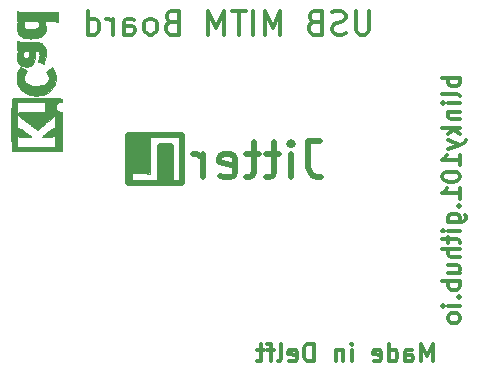
<source format=gbr>
G04 #@! TF.GenerationSoftware,KiCad,Pcbnew,(5.0.2-5-10.14)*
G04 #@! TF.CreationDate,2019-03-07T11:52:20+01:00*
G04 #@! TF.ProjectId,USBSwitch,55534253-7769-4746-9368-2e6b69636164,rev?*
G04 #@! TF.SameCoordinates,Original*
G04 #@! TF.FileFunction,Legend,Bot*
G04 #@! TF.FilePolarity,Positive*
%FSLAX46Y46*%
G04 Gerber Fmt 4.6, Leading zero omitted, Abs format (unit mm)*
G04 Created by KiCad (PCBNEW (5.0.2-5-10.14)) date 2019 March 07, Thursday 11:52:20*
%MOMM*%
%LPD*%
G01*
G04 APERTURE LIST*
%ADD10C,0.500000*%
%ADD11C,0.300000*%
%ADD12C,0.100000*%
%ADD13C,0.010000*%
G04 APERTURE END LIST*
D10*
X76500000Y-46500000D02*
X77500000Y-46500000D01*
X76464285Y-46607142D02*
X76464285Y-48750000D01*
X76607142Y-49178571D01*
X76892857Y-49464285D01*
X77321428Y-49607142D01*
X77607142Y-49607142D01*
X75035714Y-49607142D02*
X75035714Y-47607142D01*
X75035714Y-46607142D02*
X75178571Y-46750000D01*
X75035714Y-46892857D01*
X74892857Y-46750000D01*
X75035714Y-46607142D01*
X75035714Y-46892857D01*
X74035714Y-47607142D02*
X72892857Y-47607142D01*
X73607142Y-46607142D02*
X73607142Y-49178571D01*
X73464285Y-49464285D01*
X73178571Y-49607142D01*
X72892857Y-49607142D01*
X72321428Y-47607142D02*
X71178571Y-47607142D01*
X71892857Y-46607142D02*
X71892857Y-49178571D01*
X71750000Y-49464285D01*
X71464285Y-49607142D01*
X71178571Y-49607142D01*
X69035714Y-49464285D02*
X69321428Y-49607142D01*
X69892857Y-49607142D01*
X70178571Y-49464285D01*
X70321428Y-49178571D01*
X70321428Y-48035714D01*
X70178571Y-47750000D01*
X69892857Y-47607142D01*
X69321428Y-47607142D01*
X69035714Y-47750000D01*
X68892857Y-48035714D01*
X68892857Y-48321428D01*
X70321428Y-48607142D01*
X67607142Y-49607142D02*
X67607142Y-47607142D01*
X67607142Y-48178571D02*
X67464285Y-47892857D01*
X67321428Y-47750000D01*
X67035714Y-47607142D01*
X66750000Y-47607142D01*
D11*
X87021428Y-65178571D02*
X87021428Y-63678571D01*
X86521428Y-64750000D01*
X86021428Y-63678571D01*
X86021428Y-65178571D01*
X84664285Y-65178571D02*
X84664285Y-64392857D01*
X84735714Y-64250000D01*
X84878571Y-64178571D01*
X85164285Y-64178571D01*
X85307142Y-64250000D01*
X84664285Y-65107142D02*
X84807142Y-65178571D01*
X85164285Y-65178571D01*
X85307142Y-65107142D01*
X85378571Y-64964285D01*
X85378571Y-64821428D01*
X85307142Y-64678571D01*
X85164285Y-64607142D01*
X84807142Y-64607142D01*
X84664285Y-64535714D01*
X83307142Y-65178571D02*
X83307142Y-63678571D01*
X83307142Y-65107142D02*
X83450000Y-65178571D01*
X83735714Y-65178571D01*
X83878571Y-65107142D01*
X83950000Y-65035714D01*
X84021428Y-64892857D01*
X84021428Y-64464285D01*
X83950000Y-64321428D01*
X83878571Y-64250000D01*
X83735714Y-64178571D01*
X83450000Y-64178571D01*
X83307142Y-64250000D01*
X82021428Y-65107142D02*
X82164285Y-65178571D01*
X82450000Y-65178571D01*
X82592857Y-65107142D01*
X82664285Y-64964285D01*
X82664285Y-64392857D01*
X82592857Y-64250000D01*
X82450000Y-64178571D01*
X82164285Y-64178571D01*
X82021428Y-64250000D01*
X81950000Y-64392857D01*
X81950000Y-64535714D01*
X82664285Y-64678571D01*
X80164285Y-65178571D02*
X80164285Y-64178571D01*
X80164285Y-63678571D02*
X80235714Y-63750000D01*
X80164285Y-63821428D01*
X80092857Y-63750000D01*
X80164285Y-63678571D01*
X80164285Y-63821428D01*
X79450000Y-64178571D02*
X79450000Y-65178571D01*
X79450000Y-64321428D02*
X79378571Y-64250000D01*
X79235714Y-64178571D01*
X79021428Y-64178571D01*
X78878571Y-64250000D01*
X78807142Y-64392857D01*
X78807142Y-65178571D01*
X76950000Y-65178571D02*
X76950000Y-63678571D01*
X76592857Y-63678571D01*
X76378571Y-63750000D01*
X76235714Y-63892857D01*
X76164285Y-64035714D01*
X76092857Y-64321428D01*
X76092857Y-64535714D01*
X76164285Y-64821428D01*
X76235714Y-64964285D01*
X76378571Y-65107142D01*
X76592857Y-65178571D01*
X76950000Y-65178571D01*
X74878571Y-65107142D02*
X75021428Y-65178571D01*
X75307142Y-65178571D01*
X75450000Y-65107142D01*
X75521428Y-64964285D01*
X75521428Y-64392857D01*
X75450000Y-64250000D01*
X75307142Y-64178571D01*
X75021428Y-64178571D01*
X74878571Y-64250000D01*
X74807142Y-64392857D01*
X74807142Y-64535714D01*
X75521428Y-64678571D01*
X73950000Y-65178571D02*
X74092857Y-65107142D01*
X74164285Y-64964285D01*
X74164285Y-63678571D01*
X73592857Y-64178571D02*
X73021428Y-64178571D01*
X73378571Y-65178571D02*
X73378571Y-63892857D01*
X73307142Y-63750000D01*
X73164285Y-63678571D01*
X73021428Y-63678571D01*
X72735714Y-64178571D02*
X72164285Y-64178571D01*
X72521428Y-63678571D02*
X72521428Y-64964285D01*
X72450000Y-65107142D01*
X72307142Y-65178571D01*
X72164285Y-65178571D01*
X89328571Y-41178571D02*
X87828571Y-41178571D01*
X88400000Y-41178571D02*
X88328571Y-41321428D01*
X88328571Y-41607142D01*
X88400000Y-41750000D01*
X88471428Y-41821428D01*
X88614285Y-41892857D01*
X89042857Y-41892857D01*
X89185714Y-41821428D01*
X89257142Y-41750000D01*
X89328571Y-41607142D01*
X89328571Y-41321428D01*
X89257142Y-41178571D01*
X89328571Y-42750000D02*
X89257142Y-42607142D01*
X89114285Y-42535714D01*
X87828571Y-42535714D01*
X89328571Y-43321428D02*
X88328571Y-43321428D01*
X87828571Y-43321428D02*
X87900000Y-43250000D01*
X87971428Y-43321428D01*
X87900000Y-43392857D01*
X87828571Y-43321428D01*
X87971428Y-43321428D01*
X88328571Y-44035714D02*
X89328571Y-44035714D01*
X88471428Y-44035714D02*
X88400000Y-44107142D01*
X88328571Y-44250000D01*
X88328571Y-44464285D01*
X88400000Y-44607142D01*
X88542857Y-44678571D01*
X89328571Y-44678571D01*
X89328571Y-45392857D02*
X87828571Y-45392857D01*
X88757142Y-45535714D02*
X89328571Y-45964285D01*
X88328571Y-45964285D02*
X88900000Y-45392857D01*
X88328571Y-46464285D02*
X89328571Y-46821428D01*
X88328571Y-47178571D02*
X89328571Y-46821428D01*
X89685714Y-46678571D01*
X89757142Y-46607142D01*
X89828571Y-46464285D01*
X89328571Y-48535714D02*
X89328571Y-47678571D01*
X89328571Y-48107142D02*
X87828571Y-48107142D01*
X88042857Y-47964285D01*
X88185714Y-47821428D01*
X88257142Y-47678571D01*
X87828571Y-49464285D02*
X87828571Y-49607142D01*
X87900000Y-49750000D01*
X87971428Y-49821428D01*
X88114285Y-49892857D01*
X88400000Y-49964285D01*
X88757142Y-49964285D01*
X89042857Y-49892857D01*
X89185714Y-49821428D01*
X89257142Y-49750000D01*
X89328571Y-49607142D01*
X89328571Y-49464285D01*
X89257142Y-49321428D01*
X89185714Y-49250000D01*
X89042857Y-49178571D01*
X88757142Y-49107142D01*
X88400000Y-49107142D01*
X88114285Y-49178571D01*
X87971428Y-49250000D01*
X87900000Y-49321428D01*
X87828571Y-49464285D01*
X89328571Y-51392857D02*
X89328571Y-50535714D01*
X89328571Y-50964285D02*
X87828571Y-50964285D01*
X88042857Y-50821428D01*
X88185714Y-50678571D01*
X88257142Y-50535714D01*
X89185714Y-52035714D02*
X89257142Y-52107142D01*
X89328571Y-52035714D01*
X89257142Y-51964285D01*
X89185714Y-52035714D01*
X89328571Y-52035714D01*
X88328571Y-53392857D02*
X89542857Y-53392857D01*
X89685714Y-53321428D01*
X89757142Y-53250000D01*
X89828571Y-53107142D01*
X89828571Y-52892857D01*
X89757142Y-52750000D01*
X89257142Y-53392857D02*
X89328571Y-53250000D01*
X89328571Y-52964285D01*
X89257142Y-52821428D01*
X89185714Y-52750000D01*
X89042857Y-52678571D01*
X88614285Y-52678571D01*
X88471428Y-52750000D01*
X88400000Y-52821428D01*
X88328571Y-52964285D01*
X88328571Y-53250000D01*
X88400000Y-53392857D01*
X89328571Y-54107142D02*
X88328571Y-54107142D01*
X87828571Y-54107142D02*
X87900000Y-54035714D01*
X87971428Y-54107142D01*
X87900000Y-54178571D01*
X87828571Y-54107142D01*
X87971428Y-54107142D01*
X88328571Y-54607142D02*
X88328571Y-55178571D01*
X87828571Y-54821428D02*
X89114285Y-54821428D01*
X89257142Y-54892857D01*
X89328571Y-55035714D01*
X89328571Y-55178571D01*
X89328571Y-55678571D02*
X87828571Y-55678571D01*
X89328571Y-56321428D02*
X88542857Y-56321428D01*
X88400000Y-56250000D01*
X88328571Y-56107142D01*
X88328571Y-55892857D01*
X88400000Y-55750000D01*
X88471428Y-55678571D01*
X88328571Y-57678571D02*
X89328571Y-57678571D01*
X88328571Y-57035714D02*
X89114285Y-57035714D01*
X89257142Y-57107142D01*
X89328571Y-57250000D01*
X89328571Y-57464285D01*
X89257142Y-57607142D01*
X89185714Y-57678571D01*
X89328571Y-58392857D02*
X87828571Y-58392857D01*
X88400000Y-58392857D02*
X88328571Y-58535714D01*
X88328571Y-58821428D01*
X88400000Y-58964285D01*
X88471428Y-59035714D01*
X88614285Y-59107142D01*
X89042857Y-59107142D01*
X89185714Y-59035714D01*
X89257142Y-58964285D01*
X89328571Y-58821428D01*
X89328571Y-58535714D01*
X89257142Y-58392857D01*
X89185714Y-59750000D02*
X89257142Y-59821428D01*
X89328571Y-59750000D01*
X89257142Y-59678571D01*
X89185714Y-59750000D01*
X89328571Y-59750000D01*
X89328571Y-60464285D02*
X88328571Y-60464285D01*
X87828571Y-60464285D02*
X87900000Y-60392857D01*
X87971428Y-60464285D01*
X87900000Y-60535714D01*
X87828571Y-60464285D01*
X87971428Y-60464285D01*
X89328571Y-61392857D02*
X89257142Y-61250000D01*
X89185714Y-61178571D01*
X89042857Y-61107142D01*
X88614285Y-61107142D01*
X88471428Y-61178571D01*
X88400000Y-61250000D01*
X88328571Y-61392857D01*
X88328571Y-61607142D01*
X88400000Y-61750000D01*
X88471428Y-61821428D01*
X88614285Y-61892857D01*
X89042857Y-61892857D01*
X89185714Y-61821428D01*
X89257142Y-61750000D01*
X89328571Y-61607142D01*
X89328571Y-61392857D01*
X81654761Y-35504761D02*
X81654761Y-37123809D01*
X81559523Y-37314285D01*
X81464285Y-37409523D01*
X81273809Y-37504761D01*
X80892857Y-37504761D01*
X80702380Y-37409523D01*
X80607142Y-37314285D01*
X80511904Y-37123809D01*
X80511904Y-35504761D01*
X79654761Y-37409523D02*
X79369047Y-37504761D01*
X78892857Y-37504761D01*
X78702380Y-37409523D01*
X78607142Y-37314285D01*
X78511904Y-37123809D01*
X78511904Y-36933333D01*
X78607142Y-36742857D01*
X78702380Y-36647619D01*
X78892857Y-36552380D01*
X79273809Y-36457142D01*
X79464285Y-36361904D01*
X79559523Y-36266666D01*
X79654761Y-36076190D01*
X79654761Y-35885714D01*
X79559523Y-35695238D01*
X79464285Y-35600000D01*
X79273809Y-35504761D01*
X78797619Y-35504761D01*
X78511904Y-35600000D01*
X76988095Y-36457142D02*
X76702380Y-36552380D01*
X76607142Y-36647619D01*
X76511904Y-36838095D01*
X76511904Y-37123809D01*
X76607142Y-37314285D01*
X76702380Y-37409523D01*
X76892857Y-37504761D01*
X77654761Y-37504761D01*
X77654761Y-35504761D01*
X76988095Y-35504761D01*
X76797619Y-35600000D01*
X76702380Y-35695238D01*
X76607142Y-35885714D01*
X76607142Y-36076190D01*
X76702380Y-36266666D01*
X76797619Y-36361904D01*
X76988095Y-36457142D01*
X77654761Y-36457142D01*
X74130952Y-37504761D02*
X74130952Y-35504761D01*
X73464285Y-36933333D01*
X72797619Y-35504761D01*
X72797619Y-37504761D01*
X71845238Y-37504761D02*
X71845238Y-35504761D01*
X71178571Y-35504761D02*
X70035714Y-35504761D01*
X70607142Y-37504761D02*
X70607142Y-35504761D01*
X69369047Y-37504761D02*
X69369047Y-35504761D01*
X68702380Y-36933333D01*
X68035714Y-35504761D01*
X68035714Y-37504761D01*
X64892857Y-36457142D02*
X64607142Y-36552380D01*
X64511904Y-36647619D01*
X64416666Y-36838095D01*
X64416666Y-37123809D01*
X64511904Y-37314285D01*
X64607142Y-37409523D01*
X64797619Y-37504761D01*
X65559523Y-37504761D01*
X65559523Y-35504761D01*
X64892857Y-35504761D01*
X64702380Y-35600000D01*
X64607142Y-35695238D01*
X64511904Y-35885714D01*
X64511904Y-36076190D01*
X64607142Y-36266666D01*
X64702380Y-36361904D01*
X64892857Y-36457142D01*
X65559523Y-36457142D01*
X63273809Y-37504761D02*
X63464285Y-37409523D01*
X63559523Y-37314285D01*
X63654761Y-37123809D01*
X63654761Y-36552380D01*
X63559523Y-36361904D01*
X63464285Y-36266666D01*
X63273809Y-36171428D01*
X62988095Y-36171428D01*
X62797619Y-36266666D01*
X62702380Y-36361904D01*
X62607142Y-36552380D01*
X62607142Y-37123809D01*
X62702380Y-37314285D01*
X62797619Y-37409523D01*
X62988095Y-37504761D01*
X63273809Y-37504761D01*
X60892857Y-37504761D02*
X60892857Y-36457142D01*
X60988095Y-36266666D01*
X61178571Y-36171428D01*
X61559523Y-36171428D01*
X61750000Y-36266666D01*
X60892857Y-37409523D02*
X61083333Y-37504761D01*
X61559523Y-37504761D01*
X61750000Y-37409523D01*
X61845238Y-37219047D01*
X61845238Y-37028571D01*
X61750000Y-36838095D01*
X61559523Y-36742857D01*
X61083333Y-36742857D01*
X60892857Y-36647619D01*
X59940476Y-37504761D02*
X59940476Y-36171428D01*
X59940476Y-36552380D02*
X59845238Y-36361904D01*
X59750000Y-36266666D01*
X59559523Y-36171428D01*
X59369047Y-36171428D01*
X57845238Y-37504761D02*
X57845238Y-35504761D01*
X57845238Y-37409523D02*
X58035714Y-37504761D01*
X58416666Y-37504761D01*
X58607142Y-37409523D01*
X58702380Y-37314285D01*
X58797619Y-37123809D01*
X58797619Y-36552380D01*
X58702380Y-36361904D01*
X58607142Y-36266666D01*
X58416666Y-36171428D01*
X58035714Y-36171428D01*
X57845238Y-36266666D01*
D12*
G04 #@! TO.C,REF\002A\002A*
X62830000Y-49280000D02*
X63130000Y-49280000D01*
X63130000Y-49280000D02*
X63130000Y-48990000D01*
D10*
X63930000Y-46980000D02*
X64830000Y-46980000D01*
X61330000Y-49080000D02*
X62930000Y-49080000D01*
X61230000Y-45980000D02*
X61250000Y-50000000D01*
X61430000Y-46080000D02*
X61430000Y-50080000D01*
X61930000Y-46080000D02*
X61930000Y-49080000D01*
X63930000Y-46980000D02*
X63930000Y-49880000D01*
X64330000Y-46980000D02*
X64330000Y-49880000D01*
X64830000Y-46980000D02*
X64830000Y-49880000D01*
X62430000Y-46080000D02*
X62430000Y-49080000D01*
X62930000Y-46080000D02*
X62930000Y-49080000D01*
X61230000Y-45980000D02*
X65830000Y-45980000D01*
X61250000Y-50100000D02*
X65830000Y-50080000D01*
X65830000Y-50080000D02*
X65830000Y-45980000D01*
D13*
G36*
X53642850Y-35602536D02*
X53312948Y-35600994D01*
X53030019Y-35599434D01*
X52790239Y-35597739D01*
X52589781Y-35595792D01*
X52424819Y-35593477D01*
X52291528Y-35590678D01*
X52186082Y-35587276D01*
X52104655Y-35583156D01*
X52043420Y-35578201D01*
X51998553Y-35572293D01*
X51966226Y-35565317D01*
X51942615Y-35557155D01*
X51928350Y-35550198D01*
X51845800Y-35505096D01*
X51845800Y-36319200D01*
X51922000Y-36319200D01*
X51975548Y-36322559D01*
X51998196Y-36330649D01*
X51998200Y-36330773D01*
X51985216Y-36356891D01*
X51952463Y-36409274D01*
X51934579Y-36436097D01*
X51867353Y-36568397D01*
X51820411Y-36728063D01*
X51796662Y-36896978D01*
X51799016Y-37057023D01*
X51818753Y-37157400D01*
X51900061Y-37341462D01*
X52021800Y-37506590D01*
X52174490Y-37641483D01*
X52276306Y-37702845D01*
X52433971Y-37770269D01*
X52600049Y-37814145D01*
X52788597Y-37837286D01*
X52975087Y-37842759D01*
X52988800Y-37841998D01*
X52988800Y-37041864D01*
X52813105Y-37037366D01*
X52679586Y-37023751D01*
X52580051Y-36998523D01*
X52506309Y-36959188D01*
X52450169Y-36903249D01*
X52427830Y-36870984D01*
X52389836Y-36764579D01*
X52392824Y-36638856D01*
X52436272Y-36503797D01*
X52448227Y-36479501D01*
X52498443Y-36382700D01*
X53047513Y-36375858D01*
X53596584Y-36369015D01*
X53640546Y-36436109D01*
X53667293Y-36499640D01*
X53687956Y-36589332D01*
X53694935Y-36647367D01*
X53698030Y-36735745D01*
X53687905Y-36794709D01*
X53659317Y-36845015D01*
X53638432Y-36871073D01*
X53564833Y-36938417D01*
X53469263Y-36987336D01*
X53344766Y-37019659D01*
X53184389Y-37037213D01*
X52988800Y-37041864D01*
X52988800Y-37841998D01*
X53271035Y-37826325D01*
X53530866Y-37778458D01*
X53753491Y-37699829D01*
X53937820Y-37591111D01*
X54082763Y-37452975D01*
X54187232Y-37286094D01*
X54250136Y-37091140D01*
X54257165Y-37051830D01*
X54265425Y-36936297D01*
X54258571Y-36808937D01*
X54239148Y-36682339D01*
X54209701Y-36569088D01*
X54172775Y-36481772D01*
X54132185Y-36433738D01*
X54107718Y-36412873D01*
X54112808Y-36396830D01*
X54151343Y-36385075D01*
X54227212Y-36377076D01*
X54344299Y-36372298D01*
X54506494Y-36370207D01*
X54596330Y-36370000D01*
X54770427Y-36370523D01*
X54901783Y-36372531D01*
X54998450Y-36376689D01*
X55068481Y-36383657D01*
X55119927Y-36394099D01*
X55160842Y-36408678D01*
X55180530Y-36418062D01*
X55274800Y-36466124D01*
X55274800Y-35609772D01*
X53642850Y-35602536D01*
X53642850Y-35602536D01*
G37*
X53642850Y-35602536D02*
X53312948Y-35600994D01*
X53030019Y-35599434D01*
X52790239Y-35597739D01*
X52589781Y-35595792D01*
X52424819Y-35593477D01*
X52291528Y-35590678D01*
X52186082Y-35587276D01*
X52104655Y-35583156D01*
X52043420Y-35578201D01*
X51998553Y-35572293D01*
X51966226Y-35565317D01*
X51942615Y-35557155D01*
X51928350Y-35550198D01*
X51845800Y-35505096D01*
X51845800Y-36319200D01*
X51922000Y-36319200D01*
X51975548Y-36322559D01*
X51998196Y-36330649D01*
X51998200Y-36330773D01*
X51985216Y-36356891D01*
X51952463Y-36409274D01*
X51934579Y-36436097D01*
X51867353Y-36568397D01*
X51820411Y-36728063D01*
X51796662Y-36896978D01*
X51799016Y-37057023D01*
X51818753Y-37157400D01*
X51900061Y-37341462D01*
X52021800Y-37506590D01*
X52174490Y-37641483D01*
X52276306Y-37702845D01*
X52433971Y-37770269D01*
X52600049Y-37814145D01*
X52788597Y-37837286D01*
X52975087Y-37842759D01*
X52988800Y-37841998D01*
X52988800Y-37041864D01*
X52813105Y-37037366D01*
X52679586Y-37023751D01*
X52580051Y-36998523D01*
X52506309Y-36959188D01*
X52450169Y-36903249D01*
X52427830Y-36870984D01*
X52389836Y-36764579D01*
X52392824Y-36638856D01*
X52436272Y-36503797D01*
X52448227Y-36479501D01*
X52498443Y-36382700D01*
X53047513Y-36375858D01*
X53596584Y-36369015D01*
X53640546Y-36436109D01*
X53667293Y-36499640D01*
X53687956Y-36589332D01*
X53694935Y-36647367D01*
X53698030Y-36735745D01*
X53687905Y-36794709D01*
X53659317Y-36845015D01*
X53638432Y-36871073D01*
X53564833Y-36938417D01*
X53469263Y-36987336D01*
X53344766Y-37019659D01*
X53184389Y-37037213D01*
X52988800Y-37041864D01*
X52988800Y-37841998D01*
X53271035Y-37826325D01*
X53530866Y-37778458D01*
X53753491Y-37699829D01*
X53937820Y-37591111D01*
X54082763Y-37452975D01*
X54187232Y-37286094D01*
X54250136Y-37091140D01*
X54257165Y-37051830D01*
X54265425Y-36936297D01*
X54258571Y-36808937D01*
X54239148Y-36682339D01*
X54209701Y-36569088D01*
X54172775Y-36481772D01*
X54132185Y-36433738D01*
X54107718Y-36412873D01*
X54112808Y-36396830D01*
X54151343Y-36385075D01*
X54227212Y-36377076D01*
X54344299Y-36372298D01*
X54506494Y-36370207D01*
X54596330Y-36370000D01*
X54770427Y-36370523D01*
X54901783Y-36372531D01*
X54998450Y-36376689D01*
X55068481Y-36383657D01*
X55119927Y-36394099D01*
X55160842Y-36408678D01*
X55180530Y-36418062D01*
X55274800Y-36466124D01*
X55274800Y-35609772D01*
X53642850Y-35602536D01*
G36*
X54247641Y-38822380D02*
X54207736Y-38646424D01*
X54163105Y-38527487D01*
X54107222Y-38434902D01*
X54033640Y-38352221D01*
X53978812Y-38299083D01*
X53927171Y-38255604D01*
X53873008Y-38220709D01*
X53810613Y-38193324D01*
X53734277Y-38172376D01*
X53638290Y-38156791D01*
X53516942Y-38145496D01*
X53364525Y-38137415D01*
X53175330Y-38131477D01*
X52943645Y-38126606D01*
X52822523Y-38124451D01*
X52590566Y-38120193D01*
X52403949Y-38116070D01*
X52257215Y-38111724D01*
X52144905Y-38106797D01*
X52061563Y-38100932D01*
X52001731Y-38093769D01*
X51959951Y-38084951D01*
X51930766Y-38074120D01*
X51914473Y-38064865D01*
X51845800Y-38019829D01*
X51845800Y-38830582D01*
X51999302Y-38846500D01*
X51931517Y-38945898D01*
X51852746Y-39102054D01*
X51806822Y-39282908D01*
X51795863Y-39472705D01*
X51821989Y-39655691D01*
X51831564Y-39689166D01*
X51913888Y-39875571D01*
X52031415Y-40026480D01*
X52180679Y-40139348D01*
X52358214Y-40211625D01*
X52560557Y-40240765D01*
X52582400Y-40241212D01*
X52611455Y-40240548D01*
X52611455Y-39512293D01*
X52522116Y-39508037D01*
X52491498Y-39497910D01*
X52410911Y-39435221D01*
X52356519Y-39340277D01*
X52332648Y-39226673D01*
X52343622Y-39108004D01*
X52355492Y-39070404D01*
X52397032Y-38983217D01*
X52449634Y-38927576D01*
X52524720Y-38897106D01*
X52633711Y-38885434D01*
X52688428Y-38884600D01*
X52887200Y-38884600D01*
X52887200Y-39050516D01*
X52872176Y-39214253D01*
X52829267Y-39352872D01*
X52768445Y-39448324D01*
X52701702Y-39490931D01*
X52611455Y-39512293D01*
X52611455Y-40240548D01*
X52696727Y-40238597D01*
X52784026Y-40224949D01*
X52867689Y-40195450D01*
X52917785Y-40172118D01*
X53074364Y-40067777D01*
X53200242Y-39923396D01*
X53295122Y-39739631D01*
X53358709Y-39517138D01*
X53390705Y-39256574D01*
X53394759Y-39116206D01*
X53395200Y-38877912D01*
X53498772Y-38891804D01*
X53612040Y-38927738D01*
X53690493Y-38999656D01*
X53733837Y-39106276D01*
X53741777Y-39246313D01*
X53714020Y-39418484D01*
X53659856Y-39595491D01*
X53632587Y-39679949D01*
X53617627Y-39744942D01*
X53618092Y-39776805D01*
X53618411Y-39777138D01*
X53650128Y-39794724D01*
X53716088Y-39824820D01*
X53803255Y-39862098D01*
X53898596Y-39901227D01*
X53989075Y-39936878D01*
X54061660Y-39963720D01*
X54103315Y-39976425D01*
X54106698Y-39976800D01*
X54125383Y-39955010D01*
X54131800Y-39911553D01*
X54137963Y-39859969D01*
X54154576Y-39773150D01*
X54178825Y-39664897D01*
X54197827Y-39587703D01*
X54248640Y-39321904D01*
X54265282Y-39063224D01*
X54247641Y-38822380D01*
X54247641Y-38822380D01*
G37*
X54247641Y-38822380D02*
X54207736Y-38646424D01*
X54163105Y-38527487D01*
X54107222Y-38434902D01*
X54033640Y-38352221D01*
X53978812Y-38299083D01*
X53927171Y-38255604D01*
X53873008Y-38220709D01*
X53810613Y-38193324D01*
X53734277Y-38172376D01*
X53638290Y-38156791D01*
X53516942Y-38145496D01*
X53364525Y-38137415D01*
X53175330Y-38131477D01*
X52943645Y-38126606D01*
X52822523Y-38124451D01*
X52590566Y-38120193D01*
X52403949Y-38116070D01*
X52257215Y-38111724D01*
X52144905Y-38106797D01*
X52061563Y-38100932D01*
X52001731Y-38093769D01*
X51959951Y-38084951D01*
X51930766Y-38074120D01*
X51914473Y-38064865D01*
X51845800Y-38019829D01*
X51845800Y-38830582D01*
X51999302Y-38846500D01*
X51931517Y-38945898D01*
X51852746Y-39102054D01*
X51806822Y-39282908D01*
X51795863Y-39472705D01*
X51821989Y-39655691D01*
X51831564Y-39689166D01*
X51913888Y-39875571D01*
X52031415Y-40026480D01*
X52180679Y-40139348D01*
X52358214Y-40211625D01*
X52560557Y-40240765D01*
X52582400Y-40241212D01*
X52611455Y-40240548D01*
X52611455Y-39512293D01*
X52522116Y-39508037D01*
X52491498Y-39497910D01*
X52410911Y-39435221D01*
X52356519Y-39340277D01*
X52332648Y-39226673D01*
X52343622Y-39108004D01*
X52355492Y-39070404D01*
X52397032Y-38983217D01*
X52449634Y-38927576D01*
X52524720Y-38897106D01*
X52633711Y-38885434D01*
X52688428Y-38884600D01*
X52887200Y-38884600D01*
X52887200Y-39050516D01*
X52872176Y-39214253D01*
X52829267Y-39352872D01*
X52768445Y-39448324D01*
X52701702Y-39490931D01*
X52611455Y-39512293D01*
X52611455Y-40240548D01*
X52696727Y-40238597D01*
X52784026Y-40224949D01*
X52867689Y-40195450D01*
X52917785Y-40172118D01*
X53074364Y-40067777D01*
X53200242Y-39923396D01*
X53295122Y-39739631D01*
X53358709Y-39517138D01*
X53390705Y-39256574D01*
X53394759Y-39116206D01*
X53395200Y-38877912D01*
X53498772Y-38891804D01*
X53612040Y-38927738D01*
X53690493Y-38999656D01*
X53733837Y-39106276D01*
X53741777Y-39246313D01*
X53714020Y-39418484D01*
X53659856Y-39595491D01*
X53632587Y-39679949D01*
X53617627Y-39744942D01*
X53618092Y-39776805D01*
X53618411Y-39777138D01*
X53650128Y-39794724D01*
X53716088Y-39824820D01*
X53803255Y-39862098D01*
X53898596Y-39901227D01*
X53989075Y-39936878D01*
X54061660Y-39963720D01*
X54103315Y-39976425D01*
X54106698Y-39976800D01*
X54125383Y-39955010D01*
X54131800Y-39911553D01*
X54137963Y-39859969D01*
X54154576Y-39773150D01*
X54178825Y-39664897D01*
X54197827Y-39587703D01*
X54248640Y-39321904D01*
X54265282Y-39063224D01*
X54247641Y-38822380D01*
G36*
X55093659Y-40905324D02*
X55083857Y-40864089D01*
X55061171Y-40793121D01*
X55025037Y-40697827D01*
X54980813Y-40590479D01*
X54933853Y-40483347D01*
X54889513Y-40388702D01*
X54853149Y-40318815D01*
X54832402Y-40287936D01*
X54809418Y-40297626D01*
X54754492Y-40329964D01*
X54677349Y-40378536D01*
X54587712Y-40436926D01*
X54495305Y-40498719D01*
X54409849Y-40557498D01*
X54341070Y-40606848D01*
X54299841Y-40639323D01*
X54302376Y-40667764D01*
X54332665Y-40719919D01*
X54366688Y-40763593D01*
X54458774Y-40908702D01*
X54504441Y-41073513D01*
X54505716Y-41231902D01*
X54465098Y-41402602D01*
X54381873Y-41546741D01*
X54257075Y-41663755D01*
X54091740Y-41753081D01*
X53886903Y-41814157D01*
X53643599Y-41846419D01*
X53369800Y-41849574D01*
X53122174Y-41828133D01*
X52916259Y-41783016D01*
X52747895Y-41712370D01*
X52612920Y-41614343D01*
X52507174Y-41487083D01*
X52488849Y-41457421D01*
X52448585Y-41380227D01*
X52427124Y-41308762D01*
X52419324Y-41220973D01*
X52418991Y-41157900D01*
X52434646Y-40998183D01*
X52482608Y-40859453D01*
X52569387Y-40725375D01*
X52611337Y-40675154D01*
X52655838Y-40620908D01*
X52679775Y-40584586D01*
X52681031Y-40576945D01*
X52647712Y-40554784D01*
X52583667Y-40515502D01*
X52498652Y-40464770D01*
X52402425Y-40408257D01*
X52304743Y-40351634D01*
X52215364Y-40300569D01*
X52144044Y-40260735D01*
X52100540Y-40237799D01*
X52091820Y-40234547D01*
X52078446Y-40259782D01*
X52047747Y-40317656D01*
X52006214Y-40395938D01*
X52003770Y-40400543D01*
X51923388Y-40562853D01*
X51868072Y-40705788D01*
X51833014Y-40847728D01*
X51813407Y-41007053D01*
X51805660Y-41157900D01*
X51804431Y-41350715D01*
X51813887Y-41502750D01*
X51829435Y-41593564D01*
X51914282Y-41825799D01*
X52043282Y-42038841D01*
X52212094Y-42228634D01*
X52416377Y-42391122D01*
X52651791Y-42522248D01*
X52913995Y-42617956D01*
X52930368Y-42622452D01*
X53116974Y-42658750D01*
X53331080Y-42677655D01*
X53554743Y-42679177D01*
X53770018Y-42663331D01*
X53958960Y-42630128D01*
X53990956Y-42621703D01*
X54264565Y-42519939D01*
X54510532Y-42377268D01*
X54725347Y-42196196D01*
X54905505Y-41979230D01*
X54919918Y-41958000D01*
X55012496Y-41780356D01*
X55078252Y-41572302D01*
X55115093Y-41347802D01*
X55120927Y-41120822D01*
X55093659Y-40905324D01*
X55093659Y-40905324D01*
G37*
X55093659Y-40905324D02*
X55083857Y-40864089D01*
X55061171Y-40793121D01*
X55025037Y-40697827D01*
X54980813Y-40590479D01*
X54933853Y-40483347D01*
X54889513Y-40388702D01*
X54853149Y-40318815D01*
X54832402Y-40287936D01*
X54809418Y-40297626D01*
X54754492Y-40329964D01*
X54677349Y-40378536D01*
X54587712Y-40436926D01*
X54495305Y-40498719D01*
X54409849Y-40557498D01*
X54341070Y-40606848D01*
X54299841Y-40639323D01*
X54302376Y-40667764D01*
X54332665Y-40719919D01*
X54366688Y-40763593D01*
X54458774Y-40908702D01*
X54504441Y-41073513D01*
X54505716Y-41231902D01*
X54465098Y-41402602D01*
X54381873Y-41546741D01*
X54257075Y-41663755D01*
X54091740Y-41753081D01*
X53886903Y-41814157D01*
X53643599Y-41846419D01*
X53369800Y-41849574D01*
X53122174Y-41828133D01*
X52916259Y-41783016D01*
X52747895Y-41712370D01*
X52612920Y-41614343D01*
X52507174Y-41487083D01*
X52488849Y-41457421D01*
X52448585Y-41380227D01*
X52427124Y-41308762D01*
X52419324Y-41220973D01*
X52418991Y-41157900D01*
X52434646Y-40998183D01*
X52482608Y-40859453D01*
X52569387Y-40725375D01*
X52611337Y-40675154D01*
X52655838Y-40620908D01*
X52679775Y-40584586D01*
X52681031Y-40576945D01*
X52647712Y-40554784D01*
X52583667Y-40515502D01*
X52498652Y-40464770D01*
X52402425Y-40408257D01*
X52304743Y-40351634D01*
X52215364Y-40300569D01*
X52144044Y-40260735D01*
X52100540Y-40237799D01*
X52091820Y-40234547D01*
X52078446Y-40259782D01*
X52047747Y-40317656D01*
X52006214Y-40395938D01*
X52003770Y-40400543D01*
X51923388Y-40562853D01*
X51868072Y-40705788D01*
X51833014Y-40847728D01*
X51813407Y-41007053D01*
X51805660Y-41157900D01*
X51804431Y-41350715D01*
X51813887Y-41502750D01*
X51829435Y-41593564D01*
X51914282Y-41825799D01*
X52043282Y-42038841D01*
X52212094Y-42228634D01*
X52416377Y-42391122D01*
X52651791Y-42522248D01*
X52913995Y-42617956D01*
X52930368Y-42622452D01*
X53116974Y-42658750D01*
X53331080Y-42677655D01*
X53554743Y-42679177D01*
X53770018Y-42663331D01*
X53958960Y-42630128D01*
X53990956Y-42621703D01*
X54264565Y-42519939D01*
X54510532Y-42377268D01*
X54725347Y-42196196D01*
X54905505Y-41979230D01*
X54919918Y-41958000D01*
X55012496Y-41780356D01*
X55078252Y-41572302D01*
X55115093Y-41347802D01*
X55120927Y-41120822D01*
X55093659Y-40905324D01*
G36*
X55657301Y-42998637D02*
X55650024Y-42976845D01*
X55633580Y-42958414D01*
X55604803Y-42943065D01*
X55560526Y-42930519D01*
X55497582Y-42920495D01*
X55412806Y-42912717D01*
X55303029Y-42906904D01*
X55165086Y-42902777D01*
X54995809Y-42900057D01*
X54792032Y-42898465D01*
X54550589Y-42897723D01*
X54268313Y-42897550D01*
X53942036Y-42897668D01*
X53568593Y-42897797D01*
X53509500Y-42897800D01*
X53134116Y-42897878D01*
X52806289Y-42898151D01*
X52522779Y-42898682D01*
X52280342Y-42899531D01*
X52075739Y-42900760D01*
X51905726Y-42902431D01*
X51767061Y-42904605D01*
X51656504Y-42907343D01*
X51570812Y-42910708D01*
X51506743Y-42914759D01*
X51461056Y-42919559D01*
X51430508Y-42925169D01*
X51411859Y-42931651D01*
X51403115Y-42937715D01*
X51396008Y-42948791D01*
X51389787Y-42968999D01*
X51384394Y-43001510D01*
X51379771Y-43049497D01*
X51375860Y-43116133D01*
X51372604Y-43204590D01*
X51369944Y-43318040D01*
X51367825Y-43459656D01*
X51366187Y-43632610D01*
X51364972Y-43840076D01*
X51364124Y-44085224D01*
X51363585Y-44371229D01*
X51363297Y-44701261D01*
X51363202Y-45078495D01*
X51363200Y-45133001D01*
X51363274Y-45516824D01*
X51363533Y-45853020D01*
X51364035Y-46144761D01*
X51364838Y-46395219D01*
X51366000Y-46607568D01*
X51367578Y-46784979D01*
X51369629Y-46930625D01*
X51372213Y-47047678D01*
X51375385Y-47139312D01*
X51379205Y-47208697D01*
X51383729Y-47259008D01*
X51389015Y-47293416D01*
X51395121Y-47315093D01*
X51402105Y-47327213D01*
X51403115Y-47328286D01*
X51414373Y-47335535D01*
X51434848Y-47341862D01*
X51467781Y-47347328D01*
X51516414Y-47351994D01*
X51583989Y-47355922D01*
X51673748Y-47359174D01*
X51788932Y-47361810D01*
X51932783Y-47363893D01*
X52108544Y-47365483D01*
X52319456Y-47366642D01*
X52568761Y-47367432D01*
X52859700Y-47367914D01*
X53195516Y-47368149D01*
X53509500Y-47368200D01*
X53884885Y-47368123D01*
X54212712Y-47367850D01*
X54496222Y-47367319D01*
X54738659Y-47366470D01*
X54943262Y-47365241D01*
X55064271Y-47364052D01*
X55064271Y-47088801D01*
X55039362Y-47078363D01*
X54985156Y-47052056D01*
X54957301Y-47038001D01*
X54934226Y-47027068D01*
X54908580Y-47017826D01*
X54876141Y-47010133D01*
X54832692Y-47003848D01*
X54774012Y-46998828D01*
X54695883Y-46994932D01*
X54594083Y-46992017D01*
X54464395Y-46989943D01*
X54302599Y-46988566D01*
X54104475Y-46987746D01*
X53865803Y-46987341D01*
X53582365Y-46987209D01*
X53445710Y-46987201D01*
X53182274Y-46987561D01*
X52933963Y-46988598D01*
X52705444Y-46990244D01*
X52501382Y-46992432D01*
X52326442Y-46995097D01*
X52185289Y-46998170D01*
X52082590Y-47001585D01*
X52023009Y-47005276D01*
X52009630Y-47007776D01*
X51969864Y-47032200D01*
X51915650Y-47058032D01*
X51845800Y-47087711D01*
X51846189Y-46561206D01*
X51847151Y-46406033D01*
X51849619Y-46271650D01*
X51853326Y-46165001D01*
X51858008Y-46093030D01*
X51863400Y-46062681D01*
X51865239Y-46062906D01*
X51899174Y-46092855D01*
X51957374Y-46128668D01*
X51965189Y-46132756D01*
X52002479Y-46147682D01*
X52052733Y-46158693D01*
X52123444Y-46166331D01*
X52222102Y-46171134D01*
X52356200Y-46173644D01*
X52533228Y-46174399D01*
X52543039Y-46174400D01*
X52720653Y-46173167D01*
X52863124Y-46169604D01*
X52966273Y-46163922D01*
X53025922Y-46156328D01*
X53039600Y-46149586D01*
X53020230Y-46120086D01*
X52973256Y-46082359D01*
X52969750Y-46080085D01*
X52912732Y-46039507D01*
X52874500Y-46005301D01*
X52837368Y-45974853D01*
X52775034Y-45934917D01*
X52751167Y-45921329D01*
X52684070Y-45879180D01*
X52595280Y-45816473D01*
X52501936Y-45745408D01*
X52484467Y-45731458D01*
X52341656Y-45623339D01*
X52205033Y-45532862D01*
X52082651Y-45464611D01*
X51982560Y-45423169D01*
X51924077Y-45412400D01*
X51845800Y-45412400D01*
X51845800Y-44285945D01*
X51859512Y-44298071D01*
X51859512Y-44142400D01*
X51855243Y-44118301D01*
X51851515Y-44051204D01*
X51848552Y-43948911D01*
X51846574Y-43819222D01*
X51845804Y-43669939D01*
X51845800Y-43659800D01*
X51846592Y-43483033D01*
X51849194Y-43351899D01*
X51853944Y-43261253D01*
X51861182Y-43205950D01*
X51871248Y-43180844D01*
X51877550Y-43178008D01*
X51921446Y-43192962D01*
X51958605Y-43216108D01*
X51977308Y-43225302D01*
X52009805Y-43232898D01*
X52060502Y-43239041D01*
X52133804Y-43243873D01*
X52234117Y-43247536D01*
X52365846Y-43250174D01*
X52533396Y-43251930D01*
X52741173Y-43252947D01*
X52993582Y-43253367D01*
X53107955Y-43253400D01*
X54208000Y-43253400D01*
X54208000Y-44118305D01*
X54133062Y-44079553D01*
X54107185Y-44069522D01*
X54068908Y-44061333D01*
X54013393Y-44054808D01*
X53935803Y-44049774D01*
X53831300Y-44046053D01*
X53695046Y-44043471D01*
X53522203Y-44041852D01*
X53307933Y-44041021D01*
X53065250Y-44040800D01*
X52813560Y-44040914D01*
X52607489Y-44041415D01*
X52441853Y-44042545D01*
X52311473Y-44044545D01*
X52211165Y-44047655D01*
X52135749Y-44052117D01*
X52080043Y-44058171D01*
X52038865Y-44066059D01*
X52007033Y-44076021D01*
X51979365Y-44088299D01*
X51972800Y-44091600D01*
X51909364Y-44122510D01*
X51866890Y-44140520D01*
X51859512Y-44142400D01*
X51859512Y-44298071D01*
X51915430Y-44347523D01*
X51964734Y-44391445D01*
X51995710Y-44419627D01*
X51997980Y-44421800D01*
X52061095Y-44479555D01*
X52145311Y-44551037D01*
X52237935Y-44626103D01*
X52326275Y-44694609D01*
X52397639Y-44746412D01*
X52429453Y-44766624D01*
X52493416Y-44806845D01*
X52584701Y-44870338D01*
X52691320Y-44948196D01*
X52801285Y-45031513D01*
X52902610Y-45111383D01*
X52977393Y-45173727D01*
X53054452Y-45234171D01*
X53138057Y-45290841D01*
X53144950Y-45295022D01*
X53343064Y-45422363D01*
X53473644Y-45518006D01*
X53564788Y-45587964D01*
X53652240Y-45506532D01*
X53731339Y-45436340D01*
X53838108Y-45346285D01*
X53959549Y-45246943D01*
X54082661Y-45148893D01*
X54194445Y-45062711D01*
X54233185Y-45033849D01*
X54613108Y-44729059D01*
X54870213Y-44489721D01*
X55071600Y-44290941D01*
X55071600Y-44836253D01*
X55071477Y-45021450D01*
X55070139Y-45162002D01*
X55066133Y-45264063D01*
X55058007Y-45333788D01*
X55044309Y-45377331D01*
X55023584Y-45400847D01*
X54994382Y-45410489D01*
X54955249Y-45412414D01*
X54935610Y-45412400D01*
X54882158Y-45427988D01*
X54814879Y-45467059D01*
X54791638Y-45484701D01*
X54714332Y-45543348D01*
X54623414Y-45606110D01*
X54589000Y-45628198D01*
X54522236Y-45671448D01*
X54475069Y-45705088D01*
X54462000Y-45716761D01*
X54432661Y-45746555D01*
X54376982Y-45795755D01*
X54305892Y-45855478D01*
X54230319Y-45916838D01*
X54161192Y-45970953D01*
X54109439Y-46008937D01*
X54086517Y-46022000D01*
X54057026Y-46038818D01*
X54009283Y-46080854D01*
X53992100Y-46098201D01*
X53919096Y-46174401D01*
X54338912Y-46174400D01*
X54521698Y-46172807D01*
X54664524Y-46167105D01*
X54778160Y-46155907D01*
X54873371Y-46137828D01*
X54960925Y-46111482D01*
X55027150Y-46085836D01*
X55042229Y-46082606D01*
X55053462Y-46091351D01*
X55061409Y-46118295D01*
X55066633Y-46169662D01*
X55069697Y-46251676D01*
X55071162Y-46370561D01*
X55071590Y-46532540D01*
X55071600Y-46578083D01*
X55071254Y-46732917D01*
X55070288Y-46868878D01*
X55068810Y-46978383D01*
X55066929Y-47053849D01*
X55064755Y-47087692D01*
X55064271Y-47088801D01*
X55064271Y-47364052D01*
X55113275Y-47363570D01*
X55251940Y-47361396D01*
X55362497Y-47358658D01*
X55448189Y-47355293D01*
X55512258Y-47351242D01*
X55557945Y-47346442D01*
X55588493Y-47340832D01*
X55607142Y-47334350D01*
X55615886Y-47328286D01*
X55624066Y-47315822D01*
X55631062Y-47293563D01*
X55636966Y-47257809D01*
X55641867Y-47204859D01*
X55645856Y-47131012D01*
X55649022Y-47032569D01*
X55651456Y-46905827D01*
X55653248Y-46747087D01*
X55654489Y-46552647D01*
X55655267Y-46318807D01*
X55655674Y-46041865D01*
X55655800Y-45718122D01*
X55655800Y-44091600D01*
X55559582Y-44091600D01*
X55443665Y-44071521D01*
X55325000Y-44018475D01*
X55224009Y-43943246D01*
X55179756Y-43890994D01*
X55132630Y-43777454D01*
X55122364Y-43646500D01*
X55146082Y-43512372D01*
X55200911Y-43389310D01*
X55283977Y-43291552D01*
X55303853Y-43276200D01*
X55404572Y-43229194D01*
X55520123Y-43207561D01*
X55655801Y-43196310D01*
X55655800Y-43086970D01*
X55657023Y-43053420D01*
X55658579Y-43024069D01*
X55657301Y-42998637D01*
X55657301Y-42998637D01*
G37*
X55657301Y-42998637D02*
X55650024Y-42976845D01*
X55633580Y-42958414D01*
X55604803Y-42943065D01*
X55560526Y-42930519D01*
X55497582Y-42920495D01*
X55412806Y-42912717D01*
X55303029Y-42906904D01*
X55165086Y-42902777D01*
X54995809Y-42900057D01*
X54792032Y-42898465D01*
X54550589Y-42897723D01*
X54268313Y-42897550D01*
X53942036Y-42897668D01*
X53568593Y-42897797D01*
X53509500Y-42897800D01*
X53134116Y-42897878D01*
X52806289Y-42898151D01*
X52522779Y-42898682D01*
X52280342Y-42899531D01*
X52075739Y-42900760D01*
X51905726Y-42902431D01*
X51767061Y-42904605D01*
X51656504Y-42907343D01*
X51570812Y-42910708D01*
X51506743Y-42914759D01*
X51461056Y-42919559D01*
X51430508Y-42925169D01*
X51411859Y-42931651D01*
X51403115Y-42937715D01*
X51396008Y-42948791D01*
X51389787Y-42968999D01*
X51384394Y-43001510D01*
X51379771Y-43049497D01*
X51375860Y-43116133D01*
X51372604Y-43204590D01*
X51369944Y-43318040D01*
X51367825Y-43459656D01*
X51366187Y-43632610D01*
X51364972Y-43840076D01*
X51364124Y-44085224D01*
X51363585Y-44371229D01*
X51363297Y-44701261D01*
X51363202Y-45078495D01*
X51363200Y-45133001D01*
X51363274Y-45516824D01*
X51363533Y-45853020D01*
X51364035Y-46144761D01*
X51364838Y-46395219D01*
X51366000Y-46607568D01*
X51367578Y-46784979D01*
X51369629Y-46930625D01*
X51372213Y-47047678D01*
X51375385Y-47139312D01*
X51379205Y-47208697D01*
X51383729Y-47259008D01*
X51389015Y-47293416D01*
X51395121Y-47315093D01*
X51402105Y-47327213D01*
X51403115Y-47328286D01*
X51414373Y-47335535D01*
X51434848Y-47341862D01*
X51467781Y-47347328D01*
X51516414Y-47351994D01*
X51583989Y-47355922D01*
X51673748Y-47359174D01*
X51788932Y-47361810D01*
X51932783Y-47363893D01*
X52108544Y-47365483D01*
X52319456Y-47366642D01*
X52568761Y-47367432D01*
X52859700Y-47367914D01*
X53195516Y-47368149D01*
X53509500Y-47368200D01*
X53884885Y-47368123D01*
X54212712Y-47367850D01*
X54496222Y-47367319D01*
X54738659Y-47366470D01*
X54943262Y-47365241D01*
X55064271Y-47364052D01*
X55064271Y-47088801D01*
X55039362Y-47078363D01*
X54985156Y-47052056D01*
X54957301Y-47038001D01*
X54934226Y-47027068D01*
X54908580Y-47017826D01*
X54876141Y-47010133D01*
X54832692Y-47003848D01*
X54774012Y-46998828D01*
X54695883Y-46994932D01*
X54594083Y-46992017D01*
X54464395Y-46989943D01*
X54302599Y-46988566D01*
X54104475Y-46987746D01*
X53865803Y-46987341D01*
X53582365Y-46987209D01*
X53445710Y-46987201D01*
X53182274Y-46987561D01*
X52933963Y-46988598D01*
X52705444Y-46990244D01*
X52501382Y-46992432D01*
X52326442Y-46995097D01*
X52185289Y-46998170D01*
X52082590Y-47001585D01*
X52023009Y-47005276D01*
X52009630Y-47007776D01*
X51969864Y-47032200D01*
X51915650Y-47058032D01*
X51845800Y-47087711D01*
X51846189Y-46561206D01*
X51847151Y-46406033D01*
X51849619Y-46271650D01*
X51853326Y-46165001D01*
X51858008Y-46093030D01*
X51863400Y-46062681D01*
X51865239Y-46062906D01*
X51899174Y-46092855D01*
X51957374Y-46128668D01*
X51965189Y-46132756D01*
X52002479Y-46147682D01*
X52052733Y-46158693D01*
X52123444Y-46166331D01*
X52222102Y-46171134D01*
X52356200Y-46173644D01*
X52533228Y-46174399D01*
X52543039Y-46174400D01*
X52720653Y-46173167D01*
X52863124Y-46169604D01*
X52966273Y-46163922D01*
X53025922Y-46156328D01*
X53039600Y-46149586D01*
X53020230Y-46120086D01*
X52973256Y-46082359D01*
X52969750Y-46080085D01*
X52912732Y-46039507D01*
X52874500Y-46005301D01*
X52837368Y-45974853D01*
X52775034Y-45934917D01*
X52751167Y-45921329D01*
X52684070Y-45879180D01*
X52595280Y-45816473D01*
X52501936Y-45745408D01*
X52484467Y-45731458D01*
X52341656Y-45623339D01*
X52205033Y-45532862D01*
X52082651Y-45464611D01*
X51982560Y-45423169D01*
X51924077Y-45412400D01*
X51845800Y-45412400D01*
X51845800Y-44285945D01*
X51859512Y-44298071D01*
X51859512Y-44142400D01*
X51855243Y-44118301D01*
X51851515Y-44051204D01*
X51848552Y-43948911D01*
X51846574Y-43819222D01*
X51845804Y-43669939D01*
X51845800Y-43659800D01*
X51846592Y-43483033D01*
X51849194Y-43351899D01*
X51853944Y-43261253D01*
X51861182Y-43205950D01*
X51871248Y-43180844D01*
X51877550Y-43178008D01*
X51921446Y-43192962D01*
X51958605Y-43216108D01*
X51977308Y-43225302D01*
X52009805Y-43232898D01*
X52060502Y-43239041D01*
X52133804Y-43243873D01*
X52234117Y-43247536D01*
X52365846Y-43250174D01*
X52533396Y-43251930D01*
X52741173Y-43252947D01*
X52993582Y-43253367D01*
X53107955Y-43253400D01*
X54208000Y-43253400D01*
X54208000Y-44118305D01*
X54133062Y-44079553D01*
X54107185Y-44069522D01*
X54068908Y-44061333D01*
X54013393Y-44054808D01*
X53935803Y-44049774D01*
X53831300Y-44046053D01*
X53695046Y-44043471D01*
X53522203Y-44041852D01*
X53307933Y-44041021D01*
X53065250Y-44040800D01*
X52813560Y-44040914D01*
X52607489Y-44041415D01*
X52441853Y-44042545D01*
X52311473Y-44044545D01*
X52211165Y-44047655D01*
X52135749Y-44052117D01*
X52080043Y-44058171D01*
X52038865Y-44066059D01*
X52007033Y-44076021D01*
X51979365Y-44088299D01*
X51972800Y-44091600D01*
X51909364Y-44122510D01*
X51866890Y-44140520D01*
X51859512Y-44142400D01*
X51859512Y-44298071D01*
X51915430Y-44347523D01*
X51964734Y-44391445D01*
X51995710Y-44419627D01*
X51997980Y-44421800D01*
X52061095Y-44479555D01*
X52145311Y-44551037D01*
X52237935Y-44626103D01*
X52326275Y-44694609D01*
X52397639Y-44746412D01*
X52429453Y-44766624D01*
X52493416Y-44806845D01*
X52584701Y-44870338D01*
X52691320Y-44948196D01*
X52801285Y-45031513D01*
X52902610Y-45111383D01*
X52977393Y-45173727D01*
X53054452Y-45234171D01*
X53138057Y-45290841D01*
X53144950Y-45295022D01*
X53343064Y-45422363D01*
X53473644Y-45518006D01*
X53564788Y-45587964D01*
X53652240Y-45506532D01*
X53731339Y-45436340D01*
X53838108Y-45346285D01*
X53959549Y-45246943D01*
X54082661Y-45148893D01*
X54194445Y-45062711D01*
X54233185Y-45033849D01*
X54613108Y-44729059D01*
X54870213Y-44489721D01*
X55071600Y-44290941D01*
X55071600Y-44836253D01*
X55071477Y-45021450D01*
X55070139Y-45162002D01*
X55066133Y-45264063D01*
X55058007Y-45333788D01*
X55044309Y-45377331D01*
X55023584Y-45400847D01*
X54994382Y-45410489D01*
X54955249Y-45412414D01*
X54935610Y-45412400D01*
X54882158Y-45427988D01*
X54814879Y-45467059D01*
X54791638Y-45484701D01*
X54714332Y-45543348D01*
X54623414Y-45606110D01*
X54589000Y-45628198D01*
X54522236Y-45671448D01*
X54475069Y-45705088D01*
X54462000Y-45716761D01*
X54432661Y-45746555D01*
X54376982Y-45795755D01*
X54305892Y-45855478D01*
X54230319Y-45916838D01*
X54161192Y-45970953D01*
X54109439Y-46008937D01*
X54086517Y-46022000D01*
X54057026Y-46038818D01*
X54009283Y-46080854D01*
X53992100Y-46098201D01*
X53919096Y-46174401D01*
X54338912Y-46174400D01*
X54521698Y-46172807D01*
X54664524Y-46167105D01*
X54778160Y-46155907D01*
X54873371Y-46137828D01*
X54960925Y-46111482D01*
X55027150Y-46085836D01*
X55042229Y-46082606D01*
X55053462Y-46091351D01*
X55061409Y-46118295D01*
X55066633Y-46169662D01*
X55069697Y-46251676D01*
X55071162Y-46370561D01*
X55071590Y-46532540D01*
X55071600Y-46578083D01*
X55071254Y-46732917D01*
X55070288Y-46868878D01*
X55068810Y-46978383D01*
X55066929Y-47053849D01*
X55064755Y-47087692D01*
X55064271Y-47088801D01*
X55064271Y-47364052D01*
X55113275Y-47363570D01*
X55251940Y-47361396D01*
X55362497Y-47358658D01*
X55448189Y-47355293D01*
X55512258Y-47351242D01*
X55557945Y-47346442D01*
X55588493Y-47340832D01*
X55607142Y-47334350D01*
X55615886Y-47328286D01*
X55624066Y-47315822D01*
X55631062Y-47293563D01*
X55636966Y-47257809D01*
X55641867Y-47204859D01*
X55645856Y-47131012D01*
X55649022Y-47032569D01*
X55651456Y-46905827D01*
X55653248Y-46747087D01*
X55654489Y-46552647D01*
X55655267Y-46318807D01*
X55655674Y-46041865D01*
X55655800Y-45718122D01*
X55655800Y-44091600D01*
X55559582Y-44091600D01*
X55443665Y-44071521D01*
X55325000Y-44018475D01*
X55224009Y-43943246D01*
X55179756Y-43890994D01*
X55132630Y-43777454D01*
X55122364Y-43646500D01*
X55146082Y-43512372D01*
X55200911Y-43389310D01*
X55283977Y-43291552D01*
X55303853Y-43276200D01*
X55404572Y-43229194D01*
X55520123Y-43207561D01*
X55655801Y-43196310D01*
X55655800Y-43086970D01*
X55657023Y-43053420D01*
X55658579Y-43024069D01*
X55657301Y-42998637D01*
G04 #@! TD*
M02*

</source>
